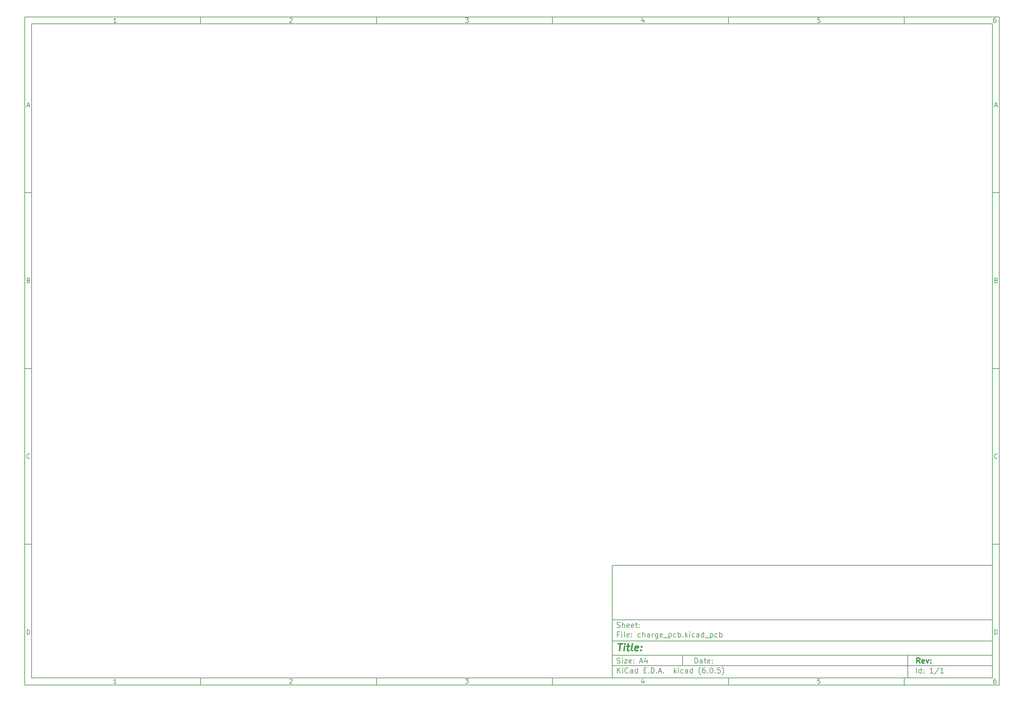
<source format=gtp>
G04 #@! TF.GenerationSoftware,KiCad,Pcbnew,(6.0.5)*
G04 #@! TF.CreationDate,2024-02-08T20:36:08+01:00*
G04 #@! TF.ProjectId,charge_pcb,63686172-6765-45f7-9063-622e6b696361,rev?*
G04 #@! TF.SameCoordinates,Original*
G04 #@! TF.FileFunction,Paste,Top*
G04 #@! TF.FilePolarity,Positive*
%FSLAX46Y46*%
G04 Gerber Fmt 4.6, Leading zero omitted, Abs format (unit mm)*
G04 Created by KiCad (PCBNEW (6.0.5)) date 2024-02-08 20:36:08*
%MOMM*%
%LPD*%
G01*
G04 APERTURE LIST*
%ADD10C,0.100000*%
%ADD11C,0.150000*%
%ADD12C,0.300000*%
%ADD13C,0.400000*%
G04 APERTURE END LIST*
D10*
D11*
X177002200Y-166007200D02*
X177002200Y-198007200D01*
X285002200Y-198007200D01*
X285002200Y-166007200D01*
X177002200Y-166007200D01*
D10*
D11*
X10000000Y-10000000D02*
X10000000Y-200007200D01*
X287002200Y-200007200D01*
X287002200Y-10000000D01*
X10000000Y-10000000D01*
D10*
D11*
X12000000Y-12000000D02*
X12000000Y-198007200D01*
X285002200Y-198007200D01*
X285002200Y-12000000D01*
X12000000Y-12000000D01*
D10*
D11*
X60000000Y-12000000D02*
X60000000Y-10000000D01*
D10*
D11*
X110000000Y-12000000D02*
X110000000Y-10000000D01*
D10*
D11*
X160000000Y-12000000D02*
X160000000Y-10000000D01*
D10*
D11*
X210000000Y-12000000D02*
X210000000Y-10000000D01*
D10*
D11*
X260000000Y-12000000D02*
X260000000Y-10000000D01*
D10*
D11*
X36065476Y-11588095D02*
X35322619Y-11588095D01*
X35694047Y-11588095D02*
X35694047Y-10288095D01*
X35570238Y-10473809D01*
X35446428Y-10597619D01*
X35322619Y-10659523D01*
D10*
D11*
X85322619Y-10411904D02*
X85384523Y-10350000D01*
X85508333Y-10288095D01*
X85817857Y-10288095D01*
X85941666Y-10350000D01*
X86003571Y-10411904D01*
X86065476Y-10535714D01*
X86065476Y-10659523D01*
X86003571Y-10845238D01*
X85260714Y-11588095D01*
X86065476Y-11588095D01*
D10*
D11*
X135260714Y-10288095D02*
X136065476Y-10288095D01*
X135632142Y-10783333D01*
X135817857Y-10783333D01*
X135941666Y-10845238D01*
X136003571Y-10907142D01*
X136065476Y-11030952D01*
X136065476Y-11340476D01*
X136003571Y-11464285D01*
X135941666Y-11526190D01*
X135817857Y-11588095D01*
X135446428Y-11588095D01*
X135322619Y-11526190D01*
X135260714Y-11464285D01*
D10*
D11*
X185941666Y-10721428D02*
X185941666Y-11588095D01*
X185632142Y-10226190D02*
X185322619Y-11154761D01*
X186127380Y-11154761D01*
D10*
D11*
X236003571Y-10288095D02*
X235384523Y-10288095D01*
X235322619Y-10907142D01*
X235384523Y-10845238D01*
X235508333Y-10783333D01*
X235817857Y-10783333D01*
X235941666Y-10845238D01*
X236003571Y-10907142D01*
X236065476Y-11030952D01*
X236065476Y-11340476D01*
X236003571Y-11464285D01*
X235941666Y-11526190D01*
X235817857Y-11588095D01*
X235508333Y-11588095D01*
X235384523Y-11526190D01*
X235322619Y-11464285D01*
D10*
D11*
X285941666Y-10288095D02*
X285694047Y-10288095D01*
X285570238Y-10350000D01*
X285508333Y-10411904D01*
X285384523Y-10597619D01*
X285322619Y-10845238D01*
X285322619Y-11340476D01*
X285384523Y-11464285D01*
X285446428Y-11526190D01*
X285570238Y-11588095D01*
X285817857Y-11588095D01*
X285941666Y-11526190D01*
X286003571Y-11464285D01*
X286065476Y-11340476D01*
X286065476Y-11030952D01*
X286003571Y-10907142D01*
X285941666Y-10845238D01*
X285817857Y-10783333D01*
X285570238Y-10783333D01*
X285446428Y-10845238D01*
X285384523Y-10907142D01*
X285322619Y-11030952D01*
D10*
D11*
X60000000Y-198007200D02*
X60000000Y-200007200D01*
D10*
D11*
X110000000Y-198007200D02*
X110000000Y-200007200D01*
D10*
D11*
X160000000Y-198007200D02*
X160000000Y-200007200D01*
D10*
D11*
X210000000Y-198007200D02*
X210000000Y-200007200D01*
D10*
D11*
X260000000Y-198007200D02*
X260000000Y-200007200D01*
D10*
D11*
X36065476Y-199595295D02*
X35322619Y-199595295D01*
X35694047Y-199595295D02*
X35694047Y-198295295D01*
X35570238Y-198481009D01*
X35446428Y-198604819D01*
X35322619Y-198666723D01*
D10*
D11*
X85322619Y-198419104D02*
X85384523Y-198357200D01*
X85508333Y-198295295D01*
X85817857Y-198295295D01*
X85941666Y-198357200D01*
X86003571Y-198419104D01*
X86065476Y-198542914D01*
X86065476Y-198666723D01*
X86003571Y-198852438D01*
X85260714Y-199595295D01*
X86065476Y-199595295D01*
D10*
D11*
X135260714Y-198295295D02*
X136065476Y-198295295D01*
X135632142Y-198790533D01*
X135817857Y-198790533D01*
X135941666Y-198852438D01*
X136003571Y-198914342D01*
X136065476Y-199038152D01*
X136065476Y-199347676D01*
X136003571Y-199471485D01*
X135941666Y-199533390D01*
X135817857Y-199595295D01*
X135446428Y-199595295D01*
X135322619Y-199533390D01*
X135260714Y-199471485D01*
D10*
D11*
X185941666Y-198728628D02*
X185941666Y-199595295D01*
X185632142Y-198233390D02*
X185322619Y-199161961D01*
X186127380Y-199161961D01*
D10*
D11*
X236003571Y-198295295D02*
X235384523Y-198295295D01*
X235322619Y-198914342D01*
X235384523Y-198852438D01*
X235508333Y-198790533D01*
X235817857Y-198790533D01*
X235941666Y-198852438D01*
X236003571Y-198914342D01*
X236065476Y-199038152D01*
X236065476Y-199347676D01*
X236003571Y-199471485D01*
X235941666Y-199533390D01*
X235817857Y-199595295D01*
X235508333Y-199595295D01*
X235384523Y-199533390D01*
X235322619Y-199471485D01*
D10*
D11*
X285941666Y-198295295D02*
X285694047Y-198295295D01*
X285570238Y-198357200D01*
X285508333Y-198419104D01*
X285384523Y-198604819D01*
X285322619Y-198852438D01*
X285322619Y-199347676D01*
X285384523Y-199471485D01*
X285446428Y-199533390D01*
X285570238Y-199595295D01*
X285817857Y-199595295D01*
X285941666Y-199533390D01*
X286003571Y-199471485D01*
X286065476Y-199347676D01*
X286065476Y-199038152D01*
X286003571Y-198914342D01*
X285941666Y-198852438D01*
X285817857Y-198790533D01*
X285570238Y-198790533D01*
X285446428Y-198852438D01*
X285384523Y-198914342D01*
X285322619Y-199038152D01*
D10*
D11*
X10000000Y-60000000D02*
X12000000Y-60000000D01*
D10*
D11*
X10000000Y-110000000D02*
X12000000Y-110000000D01*
D10*
D11*
X10000000Y-160000000D02*
X12000000Y-160000000D01*
D10*
D11*
X10690476Y-35216666D02*
X11309523Y-35216666D01*
X10566666Y-35588095D02*
X11000000Y-34288095D01*
X11433333Y-35588095D01*
D10*
D11*
X11092857Y-84907142D02*
X11278571Y-84969047D01*
X11340476Y-85030952D01*
X11402380Y-85154761D01*
X11402380Y-85340476D01*
X11340476Y-85464285D01*
X11278571Y-85526190D01*
X11154761Y-85588095D01*
X10659523Y-85588095D01*
X10659523Y-84288095D01*
X11092857Y-84288095D01*
X11216666Y-84350000D01*
X11278571Y-84411904D01*
X11340476Y-84535714D01*
X11340476Y-84659523D01*
X11278571Y-84783333D01*
X11216666Y-84845238D01*
X11092857Y-84907142D01*
X10659523Y-84907142D01*
D10*
D11*
X11402380Y-135464285D02*
X11340476Y-135526190D01*
X11154761Y-135588095D01*
X11030952Y-135588095D01*
X10845238Y-135526190D01*
X10721428Y-135402380D01*
X10659523Y-135278571D01*
X10597619Y-135030952D01*
X10597619Y-134845238D01*
X10659523Y-134597619D01*
X10721428Y-134473809D01*
X10845238Y-134350000D01*
X11030952Y-134288095D01*
X11154761Y-134288095D01*
X11340476Y-134350000D01*
X11402380Y-134411904D01*
D10*
D11*
X10659523Y-185588095D02*
X10659523Y-184288095D01*
X10969047Y-184288095D01*
X11154761Y-184350000D01*
X11278571Y-184473809D01*
X11340476Y-184597619D01*
X11402380Y-184845238D01*
X11402380Y-185030952D01*
X11340476Y-185278571D01*
X11278571Y-185402380D01*
X11154761Y-185526190D01*
X10969047Y-185588095D01*
X10659523Y-185588095D01*
D10*
D11*
X287002200Y-60000000D02*
X285002200Y-60000000D01*
D10*
D11*
X287002200Y-110000000D02*
X285002200Y-110000000D01*
D10*
D11*
X287002200Y-160000000D02*
X285002200Y-160000000D01*
D10*
D11*
X285692676Y-35216666D02*
X286311723Y-35216666D01*
X285568866Y-35588095D02*
X286002200Y-34288095D01*
X286435533Y-35588095D01*
D10*
D11*
X286095057Y-84907142D02*
X286280771Y-84969047D01*
X286342676Y-85030952D01*
X286404580Y-85154761D01*
X286404580Y-85340476D01*
X286342676Y-85464285D01*
X286280771Y-85526190D01*
X286156961Y-85588095D01*
X285661723Y-85588095D01*
X285661723Y-84288095D01*
X286095057Y-84288095D01*
X286218866Y-84350000D01*
X286280771Y-84411904D01*
X286342676Y-84535714D01*
X286342676Y-84659523D01*
X286280771Y-84783333D01*
X286218866Y-84845238D01*
X286095057Y-84907142D01*
X285661723Y-84907142D01*
D10*
D11*
X286404580Y-135464285D02*
X286342676Y-135526190D01*
X286156961Y-135588095D01*
X286033152Y-135588095D01*
X285847438Y-135526190D01*
X285723628Y-135402380D01*
X285661723Y-135278571D01*
X285599819Y-135030952D01*
X285599819Y-134845238D01*
X285661723Y-134597619D01*
X285723628Y-134473809D01*
X285847438Y-134350000D01*
X286033152Y-134288095D01*
X286156961Y-134288095D01*
X286342676Y-134350000D01*
X286404580Y-134411904D01*
D10*
D11*
X285661723Y-185588095D02*
X285661723Y-184288095D01*
X285971247Y-184288095D01*
X286156961Y-184350000D01*
X286280771Y-184473809D01*
X286342676Y-184597619D01*
X286404580Y-184845238D01*
X286404580Y-185030952D01*
X286342676Y-185278571D01*
X286280771Y-185402380D01*
X286156961Y-185526190D01*
X285971247Y-185588095D01*
X285661723Y-185588095D01*
D10*
D11*
X200434342Y-193785771D02*
X200434342Y-192285771D01*
X200791485Y-192285771D01*
X201005771Y-192357200D01*
X201148628Y-192500057D01*
X201220057Y-192642914D01*
X201291485Y-192928628D01*
X201291485Y-193142914D01*
X201220057Y-193428628D01*
X201148628Y-193571485D01*
X201005771Y-193714342D01*
X200791485Y-193785771D01*
X200434342Y-193785771D01*
X202577200Y-193785771D02*
X202577200Y-193000057D01*
X202505771Y-192857200D01*
X202362914Y-192785771D01*
X202077200Y-192785771D01*
X201934342Y-192857200D01*
X202577200Y-193714342D02*
X202434342Y-193785771D01*
X202077200Y-193785771D01*
X201934342Y-193714342D01*
X201862914Y-193571485D01*
X201862914Y-193428628D01*
X201934342Y-193285771D01*
X202077200Y-193214342D01*
X202434342Y-193214342D01*
X202577200Y-193142914D01*
X203077200Y-192785771D02*
X203648628Y-192785771D01*
X203291485Y-192285771D02*
X203291485Y-193571485D01*
X203362914Y-193714342D01*
X203505771Y-193785771D01*
X203648628Y-193785771D01*
X204720057Y-193714342D02*
X204577200Y-193785771D01*
X204291485Y-193785771D01*
X204148628Y-193714342D01*
X204077200Y-193571485D01*
X204077200Y-193000057D01*
X204148628Y-192857200D01*
X204291485Y-192785771D01*
X204577200Y-192785771D01*
X204720057Y-192857200D01*
X204791485Y-193000057D01*
X204791485Y-193142914D01*
X204077200Y-193285771D01*
X205434342Y-193642914D02*
X205505771Y-193714342D01*
X205434342Y-193785771D01*
X205362914Y-193714342D01*
X205434342Y-193642914D01*
X205434342Y-193785771D01*
X205434342Y-192857200D02*
X205505771Y-192928628D01*
X205434342Y-193000057D01*
X205362914Y-192928628D01*
X205434342Y-192857200D01*
X205434342Y-193000057D01*
D10*
D11*
X177002200Y-194507200D02*
X285002200Y-194507200D01*
D10*
D11*
X178434342Y-196585771D02*
X178434342Y-195085771D01*
X179291485Y-196585771D02*
X178648628Y-195728628D01*
X179291485Y-195085771D02*
X178434342Y-195942914D01*
X179934342Y-196585771D02*
X179934342Y-195585771D01*
X179934342Y-195085771D02*
X179862914Y-195157200D01*
X179934342Y-195228628D01*
X180005771Y-195157200D01*
X179934342Y-195085771D01*
X179934342Y-195228628D01*
X181505771Y-196442914D02*
X181434342Y-196514342D01*
X181220057Y-196585771D01*
X181077200Y-196585771D01*
X180862914Y-196514342D01*
X180720057Y-196371485D01*
X180648628Y-196228628D01*
X180577200Y-195942914D01*
X180577200Y-195728628D01*
X180648628Y-195442914D01*
X180720057Y-195300057D01*
X180862914Y-195157200D01*
X181077200Y-195085771D01*
X181220057Y-195085771D01*
X181434342Y-195157200D01*
X181505771Y-195228628D01*
X182791485Y-196585771D02*
X182791485Y-195800057D01*
X182720057Y-195657200D01*
X182577200Y-195585771D01*
X182291485Y-195585771D01*
X182148628Y-195657200D01*
X182791485Y-196514342D02*
X182648628Y-196585771D01*
X182291485Y-196585771D01*
X182148628Y-196514342D01*
X182077200Y-196371485D01*
X182077200Y-196228628D01*
X182148628Y-196085771D01*
X182291485Y-196014342D01*
X182648628Y-196014342D01*
X182791485Y-195942914D01*
X184148628Y-196585771D02*
X184148628Y-195085771D01*
X184148628Y-196514342D02*
X184005771Y-196585771D01*
X183720057Y-196585771D01*
X183577200Y-196514342D01*
X183505771Y-196442914D01*
X183434342Y-196300057D01*
X183434342Y-195871485D01*
X183505771Y-195728628D01*
X183577200Y-195657200D01*
X183720057Y-195585771D01*
X184005771Y-195585771D01*
X184148628Y-195657200D01*
X186005771Y-195800057D02*
X186505771Y-195800057D01*
X186720057Y-196585771D02*
X186005771Y-196585771D01*
X186005771Y-195085771D01*
X186720057Y-195085771D01*
X187362914Y-196442914D02*
X187434342Y-196514342D01*
X187362914Y-196585771D01*
X187291485Y-196514342D01*
X187362914Y-196442914D01*
X187362914Y-196585771D01*
X188077200Y-196585771D02*
X188077200Y-195085771D01*
X188434342Y-195085771D01*
X188648628Y-195157200D01*
X188791485Y-195300057D01*
X188862914Y-195442914D01*
X188934342Y-195728628D01*
X188934342Y-195942914D01*
X188862914Y-196228628D01*
X188791485Y-196371485D01*
X188648628Y-196514342D01*
X188434342Y-196585771D01*
X188077200Y-196585771D01*
X189577200Y-196442914D02*
X189648628Y-196514342D01*
X189577200Y-196585771D01*
X189505771Y-196514342D01*
X189577200Y-196442914D01*
X189577200Y-196585771D01*
X190220057Y-196157200D02*
X190934342Y-196157200D01*
X190077200Y-196585771D02*
X190577200Y-195085771D01*
X191077200Y-196585771D01*
X191577200Y-196442914D02*
X191648628Y-196514342D01*
X191577200Y-196585771D01*
X191505771Y-196514342D01*
X191577200Y-196442914D01*
X191577200Y-196585771D01*
X194577200Y-196585771D02*
X194577200Y-195085771D01*
X194720057Y-196014342D02*
X195148628Y-196585771D01*
X195148628Y-195585771D02*
X194577200Y-196157200D01*
X195791485Y-196585771D02*
X195791485Y-195585771D01*
X195791485Y-195085771D02*
X195720057Y-195157200D01*
X195791485Y-195228628D01*
X195862914Y-195157200D01*
X195791485Y-195085771D01*
X195791485Y-195228628D01*
X197148628Y-196514342D02*
X197005771Y-196585771D01*
X196720057Y-196585771D01*
X196577200Y-196514342D01*
X196505771Y-196442914D01*
X196434342Y-196300057D01*
X196434342Y-195871485D01*
X196505771Y-195728628D01*
X196577200Y-195657200D01*
X196720057Y-195585771D01*
X197005771Y-195585771D01*
X197148628Y-195657200D01*
X198434342Y-196585771D02*
X198434342Y-195800057D01*
X198362914Y-195657200D01*
X198220057Y-195585771D01*
X197934342Y-195585771D01*
X197791485Y-195657200D01*
X198434342Y-196514342D02*
X198291485Y-196585771D01*
X197934342Y-196585771D01*
X197791485Y-196514342D01*
X197720057Y-196371485D01*
X197720057Y-196228628D01*
X197791485Y-196085771D01*
X197934342Y-196014342D01*
X198291485Y-196014342D01*
X198434342Y-195942914D01*
X199791485Y-196585771D02*
X199791485Y-195085771D01*
X199791485Y-196514342D02*
X199648628Y-196585771D01*
X199362914Y-196585771D01*
X199220057Y-196514342D01*
X199148628Y-196442914D01*
X199077200Y-196300057D01*
X199077200Y-195871485D01*
X199148628Y-195728628D01*
X199220057Y-195657200D01*
X199362914Y-195585771D01*
X199648628Y-195585771D01*
X199791485Y-195657200D01*
X202077200Y-197157200D02*
X202005771Y-197085771D01*
X201862914Y-196871485D01*
X201791485Y-196728628D01*
X201720057Y-196514342D01*
X201648628Y-196157200D01*
X201648628Y-195871485D01*
X201720057Y-195514342D01*
X201791485Y-195300057D01*
X201862914Y-195157200D01*
X202005771Y-194942914D01*
X202077200Y-194871485D01*
X203291485Y-195085771D02*
X203005771Y-195085771D01*
X202862914Y-195157200D01*
X202791485Y-195228628D01*
X202648628Y-195442914D01*
X202577200Y-195728628D01*
X202577200Y-196300057D01*
X202648628Y-196442914D01*
X202720057Y-196514342D01*
X202862914Y-196585771D01*
X203148628Y-196585771D01*
X203291485Y-196514342D01*
X203362914Y-196442914D01*
X203434342Y-196300057D01*
X203434342Y-195942914D01*
X203362914Y-195800057D01*
X203291485Y-195728628D01*
X203148628Y-195657200D01*
X202862914Y-195657200D01*
X202720057Y-195728628D01*
X202648628Y-195800057D01*
X202577200Y-195942914D01*
X204077200Y-196442914D02*
X204148628Y-196514342D01*
X204077200Y-196585771D01*
X204005771Y-196514342D01*
X204077200Y-196442914D01*
X204077200Y-196585771D01*
X205077200Y-195085771D02*
X205220057Y-195085771D01*
X205362914Y-195157200D01*
X205434342Y-195228628D01*
X205505771Y-195371485D01*
X205577200Y-195657200D01*
X205577200Y-196014342D01*
X205505771Y-196300057D01*
X205434342Y-196442914D01*
X205362914Y-196514342D01*
X205220057Y-196585771D01*
X205077200Y-196585771D01*
X204934342Y-196514342D01*
X204862914Y-196442914D01*
X204791485Y-196300057D01*
X204720057Y-196014342D01*
X204720057Y-195657200D01*
X204791485Y-195371485D01*
X204862914Y-195228628D01*
X204934342Y-195157200D01*
X205077200Y-195085771D01*
X206220057Y-196442914D02*
X206291485Y-196514342D01*
X206220057Y-196585771D01*
X206148628Y-196514342D01*
X206220057Y-196442914D01*
X206220057Y-196585771D01*
X207648628Y-195085771D02*
X206934342Y-195085771D01*
X206862914Y-195800057D01*
X206934342Y-195728628D01*
X207077200Y-195657200D01*
X207434342Y-195657200D01*
X207577200Y-195728628D01*
X207648628Y-195800057D01*
X207720057Y-195942914D01*
X207720057Y-196300057D01*
X207648628Y-196442914D01*
X207577200Y-196514342D01*
X207434342Y-196585771D01*
X207077200Y-196585771D01*
X206934342Y-196514342D01*
X206862914Y-196442914D01*
X208220057Y-197157200D02*
X208291485Y-197085771D01*
X208434342Y-196871485D01*
X208505771Y-196728628D01*
X208577200Y-196514342D01*
X208648628Y-196157200D01*
X208648628Y-195871485D01*
X208577200Y-195514342D01*
X208505771Y-195300057D01*
X208434342Y-195157200D01*
X208291485Y-194942914D01*
X208220057Y-194871485D01*
D10*
D11*
X177002200Y-191507200D02*
X285002200Y-191507200D01*
D10*
D12*
X264411485Y-193785771D02*
X263911485Y-193071485D01*
X263554342Y-193785771D02*
X263554342Y-192285771D01*
X264125771Y-192285771D01*
X264268628Y-192357200D01*
X264340057Y-192428628D01*
X264411485Y-192571485D01*
X264411485Y-192785771D01*
X264340057Y-192928628D01*
X264268628Y-193000057D01*
X264125771Y-193071485D01*
X263554342Y-193071485D01*
X265625771Y-193714342D02*
X265482914Y-193785771D01*
X265197200Y-193785771D01*
X265054342Y-193714342D01*
X264982914Y-193571485D01*
X264982914Y-193000057D01*
X265054342Y-192857200D01*
X265197200Y-192785771D01*
X265482914Y-192785771D01*
X265625771Y-192857200D01*
X265697200Y-193000057D01*
X265697200Y-193142914D01*
X264982914Y-193285771D01*
X266197200Y-192785771D02*
X266554342Y-193785771D01*
X266911485Y-192785771D01*
X267482914Y-193642914D02*
X267554342Y-193714342D01*
X267482914Y-193785771D01*
X267411485Y-193714342D01*
X267482914Y-193642914D01*
X267482914Y-193785771D01*
X267482914Y-192857200D02*
X267554342Y-192928628D01*
X267482914Y-193000057D01*
X267411485Y-192928628D01*
X267482914Y-192857200D01*
X267482914Y-193000057D01*
D10*
D11*
X178362914Y-193714342D02*
X178577200Y-193785771D01*
X178934342Y-193785771D01*
X179077200Y-193714342D01*
X179148628Y-193642914D01*
X179220057Y-193500057D01*
X179220057Y-193357200D01*
X179148628Y-193214342D01*
X179077200Y-193142914D01*
X178934342Y-193071485D01*
X178648628Y-193000057D01*
X178505771Y-192928628D01*
X178434342Y-192857200D01*
X178362914Y-192714342D01*
X178362914Y-192571485D01*
X178434342Y-192428628D01*
X178505771Y-192357200D01*
X178648628Y-192285771D01*
X179005771Y-192285771D01*
X179220057Y-192357200D01*
X179862914Y-193785771D02*
X179862914Y-192785771D01*
X179862914Y-192285771D02*
X179791485Y-192357200D01*
X179862914Y-192428628D01*
X179934342Y-192357200D01*
X179862914Y-192285771D01*
X179862914Y-192428628D01*
X180434342Y-192785771D02*
X181220057Y-192785771D01*
X180434342Y-193785771D01*
X181220057Y-193785771D01*
X182362914Y-193714342D02*
X182220057Y-193785771D01*
X181934342Y-193785771D01*
X181791485Y-193714342D01*
X181720057Y-193571485D01*
X181720057Y-193000057D01*
X181791485Y-192857200D01*
X181934342Y-192785771D01*
X182220057Y-192785771D01*
X182362914Y-192857200D01*
X182434342Y-193000057D01*
X182434342Y-193142914D01*
X181720057Y-193285771D01*
X183077200Y-193642914D02*
X183148628Y-193714342D01*
X183077200Y-193785771D01*
X183005771Y-193714342D01*
X183077200Y-193642914D01*
X183077200Y-193785771D01*
X183077200Y-192857200D02*
X183148628Y-192928628D01*
X183077200Y-193000057D01*
X183005771Y-192928628D01*
X183077200Y-192857200D01*
X183077200Y-193000057D01*
X184862914Y-193357200D02*
X185577200Y-193357200D01*
X184720057Y-193785771D02*
X185220057Y-192285771D01*
X185720057Y-193785771D01*
X186862914Y-192785771D02*
X186862914Y-193785771D01*
X186505771Y-192214342D02*
X186148628Y-193285771D01*
X187077200Y-193285771D01*
D10*
D11*
X263434342Y-196585771D02*
X263434342Y-195085771D01*
X264791485Y-196585771D02*
X264791485Y-195085771D01*
X264791485Y-196514342D02*
X264648628Y-196585771D01*
X264362914Y-196585771D01*
X264220057Y-196514342D01*
X264148628Y-196442914D01*
X264077200Y-196300057D01*
X264077200Y-195871485D01*
X264148628Y-195728628D01*
X264220057Y-195657200D01*
X264362914Y-195585771D01*
X264648628Y-195585771D01*
X264791485Y-195657200D01*
X265505771Y-196442914D02*
X265577200Y-196514342D01*
X265505771Y-196585771D01*
X265434342Y-196514342D01*
X265505771Y-196442914D01*
X265505771Y-196585771D01*
X265505771Y-195657200D02*
X265577200Y-195728628D01*
X265505771Y-195800057D01*
X265434342Y-195728628D01*
X265505771Y-195657200D01*
X265505771Y-195800057D01*
X268148628Y-196585771D02*
X267291485Y-196585771D01*
X267720057Y-196585771D02*
X267720057Y-195085771D01*
X267577200Y-195300057D01*
X267434342Y-195442914D01*
X267291485Y-195514342D01*
X269862914Y-195014342D02*
X268577200Y-196942914D01*
X271148628Y-196585771D02*
X270291485Y-196585771D01*
X270720057Y-196585771D02*
X270720057Y-195085771D01*
X270577200Y-195300057D01*
X270434342Y-195442914D01*
X270291485Y-195514342D01*
D10*
D11*
X177002200Y-187507200D02*
X285002200Y-187507200D01*
D10*
D13*
X178714580Y-188211961D02*
X179857438Y-188211961D01*
X179036009Y-190211961D02*
X179286009Y-188211961D01*
X180274104Y-190211961D02*
X180440771Y-188878628D01*
X180524104Y-188211961D02*
X180416961Y-188307200D01*
X180500295Y-188402438D01*
X180607438Y-188307200D01*
X180524104Y-188211961D01*
X180500295Y-188402438D01*
X181107438Y-188878628D02*
X181869342Y-188878628D01*
X181476485Y-188211961D02*
X181262200Y-189926247D01*
X181333628Y-190116723D01*
X181512200Y-190211961D01*
X181702676Y-190211961D01*
X182655057Y-190211961D02*
X182476485Y-190116723D01*
X182405057Y-189926247D01*
X182619342Y-188211961D01*
X184190771Y-190116723D02*
X183988390Y-190211961D01*
X183607438Y-190211961D01*
X183428866Y-190116723D01*
X183357438Y-189926247D01*
X183452676Y-189164342D01*
X183571723Y-188973866D01*
X183774104Y-188878628D01*
X184155057Y-188878628D01*
X184333628Y-188973866D01*
X184405057Y-189164342D01*
X184381247Y-189354819D01*
X183405057Y-189545295D01*
X185155057Y-190021485D02*
X185238390Y-190116723D01*
X185131247Y-190211961D01*
X185047914Y-190116723D01*
X185155057Y-190021485D01*
X185131247Y-190211961D01*
X185286009Y-188973866D02*
X185369342Y-189069104D01*
X185262200Y-189164342D01*
X185178866Y-189069104D01*
X185286009Y-188973866D01*
X185262200Y-189164342D01*
D10*
D11*
X178934342Y-185600057D02*
X178434342Y-185600057D01*
X178434342Y-186385771D02*
X178434342Y-184885771D01*
X179148628Y-184885771D01*
X179720057Y-186385771D02*
X179720057Y-185385771D01*
X179720057Y-184885771D02*
X179648628Y-184957200D01*
X179720057Y-185028628D01*
X179791485Y-184957200D01*
X179720057Y-184885771D01*
X179720057Y-185028628D01*
X180648628Y-186385771D02*
X180505771Y-186314342D01*
X180434342Y-186171485D01*
X180434342Y-184885771D01*
X181791485Y-186314342D02*
X181648628Y-186385771D01*
X181362914Y-186385771D01*
X181220057Y-186314342D01*
X181148628Y-186171485D01*
X181148628Y-185600057D01*
X181220057Y-185457200D01*
X181362914Y-185385771D01*
X181648628Y-185385771D01*
X181791485Y-185457200D01*
X181862914Y-185600057D01*
X181862914Y-185742914D01*
X181148628Y-185885771D01*
X182505771Y-186242914D02*
X182577200Y-186314342D01*
X182505771Y-186385771D01*
X182434342Y-186314342D01*
X182505771Y-186242914D01*
X182505771Y-186385771D01*
X182505771Y-185457200D02*
X182577200Y-185528628D01*
X182505771Y-185600057D01*
X182434342Y-185528628D01*
X182505771Y-185457200D01*
X182505771Y-185600057D01*
X185005771Y-186314342D02*
X184862914Y-186385771D01*
X184577200Y-186385771D01*
X184434342Y-186314342D01*
X184362914Y-186242914D01*
X184291485Y-186100057D01*
X184291485Y-185671485D01*
X184362914Y-185528628D01*
X184434342Y-185457200D01*
X184577200Y-185385771D01*
X184862914Y-185385771D01*
X185005771Y-185457200D01*
X185648628Y-186385771D02*
X185648628Y-184885771D01*
X186291485Y-186385771D02*
X186291485Y-185600057D01*
X186220057Y-185457200D01*
X186077200Y-185385771D01*
X185862914Y-185385771D01*
X185720057Y-185457200D01*
X185648628Y-185528628D01*
X187648628Y-186385771D02*
X187648628Y-185600057D01*
X187577200Y-185457200D01*
X187434342Y-185385771D01*
X187148628Y-185385771D01*
X187005771Y-185457200D01*
X187648628Y-186314342D02*
X187505771Y-186385771D01*
X187148628Y-186385771D01*
X187005771Y-186314342D01*
X186934342Y-186171485D01*
X186934342Y-186028628D01*
X187005771Y-185885771D01*
X187148628Y-185814342D01*
X187505771Y-185814342D01*
X187648628Y-185742914D01*
X188362914Y-186385771D02*
X188362914Y-185385771D01*
X188362914Y-185671485D02*
X188434342Y-185528628D01*
X188505771Y-185457200D01*
X188648628Y-185385771D01*
X188791485Y-185385771D01*
X189934342Y-185385771D02*
X189934342Y-186600057D01*
X189862914Y-186742914D01*
X189791485Y-186814342D01*
X189648628Y-186885771D01*
X189434342Y-186885771D01*
X189291485Y-186814342D01*
X189934342Y-186314342D02*
X189791485Y-186385771D01*
X189505771Y-186385771D01*
X189362914Y-186314342D01*
X189291485Y-186242914D01*
X189220057Y-186100057D01*
X189220057Y-185671485D01*
X189291485Y-185528628D01*
X189362914Y-185457200D01*
X189505771Y-185385771D01*
X189791485Y-185385771D01*
X189934342Y-185457200D01*
X191220057Y-186314342D02*
X191077200Y-186385771D01*
X190791485Y-186385771D01*
X190648628Y-186314342D01*
X190577200Y-186171485D01*
X190577200Y-185600057D01*
X190648628Y-185457200D01*
X190791485Y-185385771D01*
X191077200Y-185385771D01*
X191220057Y-185457200D01*
X191291485Y-185600057D01*
X191291485Y-185742914D01*
X190577200Y-185885771D01*
X191577200Y-186528628D02*
X192720057Y-186528628D01*
X193077200Y-185385771D02*
X193077200Y-186885771D01*
X193077200Y-185457200D02*
X193220057Y-185385771D01*
X193505771Y-185385771D01*
X193648628Y-185457200D01*
X193720057Y-185528628D01*
X193791485Y-185671485D01*
X193791485Y-186100057D01*
X193720057Y-186242914D01*
X193648628Y-186314342D01*
X193505771Y-186385771D01*
X193220057Y-186385771D01*
X193077200Y-186314342D01*
X195077200Y-186314342D02*
X194934342Y-186385771D01*
X194648628Y-186385771D01*
X194505771Y-186314342D01*
X194434342Y-186242914D01*
X194362914Y-186100057D01*
X194362914Y-185671485D01*
X194434342Y-185528628D01*
X194505771Y-185457200D01*
X194648628Y-185385771D01*
X194934342Y-185385771D01*
X195077200Y-185457200D01*
X195720057Y-186385771D02*
X195720057Y-184885771D01*
X195720057Y-185457200D02*
X195862914Y-185385771D01*
X196148628Y-185385771D01*
X196291485Y-185457200D01*
X196362914Y-185528628D01*
X196434342Y-185671485D01*
X196434342Y-186100057D01*
X196362914Y-186242914D01*
X196291485Y-186314342D01*
X196148628Y-186385771D01*
X195862914Y-186385771D01*
X195720057Y-186314342D01*
X197077200Y-186242914D02*
X197148628Y-186314342D01*
X197077200Y-186385771D01*
X197005771Y-186314342D01*
X197077200Y-186242914D01*
X197077200Y-186385771D01*
X197791485Y-186385771D02*
X197791485Y-184885771D01*
X197934342Y-185814342D02*
X198362914Y-186385771D01*
X198362914Y-185385771D02*
X197791485Y-185957200D01*
X199005771Y-186385771D02*
X199005771Y-185385771D01*
X199005771Y-184885771D02*
X198934342Y-184957200D01*
X199005771Y-185028628D01*
X199077200Y-184957200D01*
X199005771Y-184885771D01*
X199005771Y-185028628D01*
X200362914Y-186314342D02*
X200220057Y-186385771D01*
X199934342Y-186385771D01*
X199791485Y-186314342D01*
X199720057Y-186242914D01*
X199648628Y-186100057D01*
X199648628Y-185671485D01*
X199720057Y-185528628D01*
X199791485Y-185457200D01*
X199934342Y-185385771D01*
X200220057Y-185385771D01*
X200362914Y-185457200D01*
X201648628Y-186385771D02*
X201648628Y-185600057D01*
X201577200Y-185457200D01*
X201434342Y-185385771D01*
X201148628Y-185385771D01*
X201005771Y-185457200D01*
X201648628Y-186314342D02*
X201505771Y-186385771D01*
X201148628Y-186385771D01*
X201005771Y-186314342D01*
X200934342Y-186171485D01*
X200934342Y-186028628D01*
X201005771Y-185885771D01*
X201148628Y-185814342D01*
X201505771Y-185814342D01*
X201648628Y-185742914D01*
X203005771Y-186385771D02*
X203005771Y-184885771D01*
X203005771Y-186314342D02*
X202862914Y-186385771D01*
X202577200Y-186385771D01*
X202434342Y-186314342D01*
X202362914Y-186242914D01*
X202291485Y-186100057D01*
X202291485Y-185671485D01*
X202362914Y-185528628D01*
X202434342Y-185457200D01*
X202577200Y-185385771D01*
X202862914Y-185385771D01*
X203005771Y-185457200D01*
X203362914Y-186528628D02*
X204505771Y-186528628D01*
X204862914Y-185385771D02*
X204862914Y-186885771D01*
X204862914Y-185457200D02*
X205005771Y-185385771D01*
X205291485Y-185385771D01*
X205434342Y-185457200D01*
X205505771Y-185528628D01*
X205577200Y-185671485D01*
X205577200Y-186100057D01*
X205505771Y-186242914D01*
X205434342Y-186314342D01*
X205291485Y-186385771D01*
X205005771Y-186385771D01*
X204862914Y-186314342D01*
X206862914Y-186314342D02*
X206720057Y-186385771D01*
X206434342Y-186385771D01*
X206291485Y-186314342D01*
X206220057Y-186242914D01*
X206148628Y-186100057D01*
X206148628Y-185671485D01*
X206220057Y-185528628D01*
X206291485Y-185457200D01*
X206434342Y-185385771D01*
X206720057Y-185385771D01*
X206862914Y-185457200D01*
X207505771Y-186385771D02*
X207505771Y-184885771D01*
X207505771Y-185457200D02*
X207648628Y-185385771D01*
X207934342Y-185385771D01*
X208077200Y-185457200D01*
X208148628Y-185528628D01*
X208220057Y-185671485D01*
X208220057Y-186100057D01*
X208148628Y-186242914D01*
X208077200Y-186314342D01*
X207934342Y-186385771D01*
X207648628Y-186385771D01*
X207505771Y-186314342D01*
D10*
D11*
X177002200Y-181507200D02*
X285002200Y-181507200D01*
D10*
D11*
X178362914Y-183614342D02*
X178577200Y-183685771D01*
X178934342Y-183685771D01*
X179077200Y-183614342D01*
X179148628Y-183542914D01*
X179220057Y-183400057D01*
X179220057Y-183257200D01*
X179148628Y-183114342D01*
X179077200Y-183042914D01*
X178934342Y-182971485D01*
X178648628Y-182900057D01*
X178505771Y-182828628D01*
X178434342Y-182757200D01*
X178362914Y-182614342D01*
X178362914Y-182471485D01*
X178434342Y-182328628D01*
X178505771Y-182257200D01*
X178648628Y-182185771D01*
X179005771Y-182185771D01*
X179220057Y-182257200D01*
X179862914Y-183685771D02*
X179862914Y-182185771D01*
X180505771Y-183685771D02*
X180505771Y-182900057D01*
X180434342Y-182757200D01*
X180291485Y-182685771D01*
X180077200Y-182685771D01*
X179934342Y-182757200D01*
X179862914Y-182828628D01*
X181791485Y-183614342D02*
X181648628Y-183685771D01*
X181362914Y-183685771D01*
X181220057Y-183614342D01*
X181148628Y-183471485D01*
X181148628Y-182900057D01*
X181220057Y-182757200D01*
X181362914Y-182685771D01*
X181648628Y-182685771D01*
X181791485Y-182757200D01*
X181862914Y-182900057D01*
X181862914Y-183042914D01*
X181148628Y-183185771D01*
X183077200Y-183614342D02*
X182934342Y-183685771D01*
X182648628Y-183685771D01*
X182505771Y-183614342D01*
X182434342Y-183471485D01*
X182434342Y-182900057D01*
X182505771Y-182757200D01*
X182648628Y-182685771D01*
X182934342Y-182685771D01*
X183077200Y-182757200D01*
X183148628Y-182900057D01*
X183148628Y-183042914D01*
X182434342Y-183185771D01*
X183577200Y-182685771D02*
X184148628Y-182685771D01*
X183791485Y-182185771D02*
X183791485Y-183471485D01*
X183862914Y-183614342D01*
X184005771Y-183685771D01*
X184148628Y-183685771D01*
X184648628Y-183542914D02*
X184720057Y-183614342D01*
X184648628Y-183685771D01*
X184577200Y-183614342D01*
X184648628Y-183542914D01*
X184648628Y-183685771D01*
X184648628Y-182757200D02*
X184720057Y-182828628D01*
X184648628Y-182900057D01*
X184577200Y-182828628D01*
X184648628Y-182757200D01*
X184648628Y-182900057D01*
D10*
D12*
D10*
D11*
D10*
D11*
D10*
D11*
D10*
D11*
D10*
D11*
X197002200Y-191507200D02*
X197002200Y-194507200D01*
D10*
D11*
X261002200Y-191507200D02*
X261002200Y-198007200D01*
M02*

</source>
